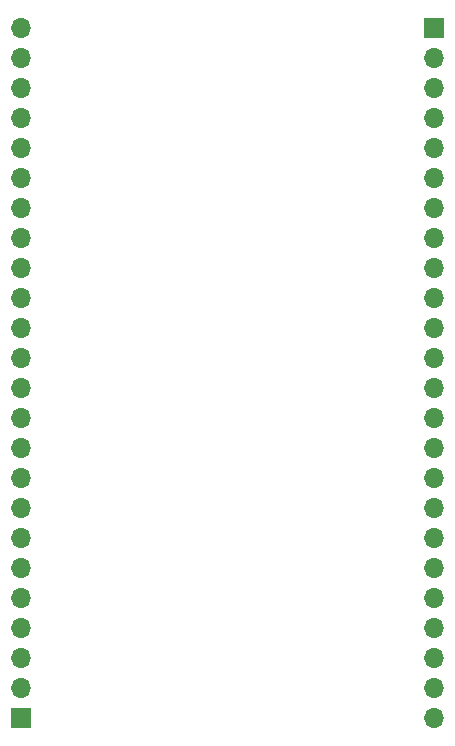
<source format=gbr>
G04 #@! TF.GenerationSoftware,KiCad,Pcbnew,5.1.6*
G04 #@! TF.CreationDate,2020-07-26T18:09:44+03:00*
G04 #@! TF.ProjectId,kicad-skw92b-mt7688a-adapter,6b696361-642d-4736-9b77-3932622d6d74,rev?*
G04 #@! TF.SameCoordinates,Original*
G04 #@! TF.FileFunction,Copper,L2,Bot*
G04 #@! TF.FilePolarity,Positive*
%FSLAX46Y46*%
G04 Gerber Fmt 4.6, Leading zero omitted, Abs format (unit mm)*
G04 Created by KiCad (PCBNEW 5.1.6) date 2020-07-26 18:09:44*
%MOMM*%
%LPD*%
G01*
G04 APERTURE LIST*
G04 #@! TA.AperFunction,ComponentPad*
%ADD10O,1.700000X1.700000*%
G04 #@! TD*
G04 #@! TA.AperFunction,ComponentPad*
%ADD11R,1.700000X1.700000*%
G04 #@! TD*
G04 APERTURE END LIST*
D10*
X132475000Y-75905000D03*
X132475000Y-78445000D03*
X132475000Y-80985000D03*
X132475000Y-83525000D03*
X132475000Y-86065000D03*
X132475000Y-88605000D03*
X132475000Y-91145000D03*
X132475000Y-93685000D03*
X132475000Y-96225000D03*
X132475000Y-98765000D03*
X132475000Y-101305000D03*
X132475000Y-103845000D03*
X132475000Y-106385000D03*
X132475000Y-108925000D03*
X132475000Y-111465000D03*
X132475000Y-114005000D03*
X132475000Y-116545000D03*
X132475000Y-119085000D03*
X132475000Y-121625000D03*
X132475000Y-124165000D03*
X132475000Y-126705000D03*
X132475000Y-129245000D03*
X132475000Y-131785000D03*
D11*
X132475000Y-134325000D03*
D10*
X167475000Y-134350000D03*
X167475000Y-131810000D03*
X167475000Y-129270000D03*
X167475000Y-126730000D03*
X167475000Y-124190000D03*
X167475000Y-121650000D03*
X167475000Y-119110000D03*
X167475000Y-116570000D03*
X167475000Y-114030000D03*
X167475000Y-111490000D03*
X167475000Y-108950000D03*
X167475000Y-106410000D03*
X167475000Y-103870000D03*
X167475000Y-101330000D03*
X167475000Y-98790000D03*
X167475000Y-96250000D03*
X167475000Y-93710000D03*
X167475000Y-91170000D03*
X167475000Y-88630000D03*
X167475000Y-86090000D03*
X167475000Y-83550000D03*
X167475000Y-81010000D03*
X167475000Y-78470000D03*
D11*
X167475000Y-75930000D03*
M02*

</source>
